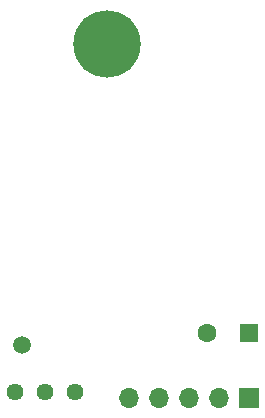
<source format=gbr>
%TF.GenerationSoftware,KiCad,Pcbnew,8.0.2*%
%TF.CreationDate,2024-05-30T14:17:59+02:00*%
%TF.ProjectId,MPPT_solar_charger_expansion_board,4d505054-5f73-46f6-9c61-725f63686172,1.00*%
%TF.SameCoordinates,Original*%
%TF.FileFunction,Soldermask,Bot*%
%TF.FilePolarity,Negative*%
%FSLAX46Y46*%
G04 Gerber Fmt 4.6, Leading zero omitted, Abs format (unit mm)*
G04 Created by KiCad (PCBNEW 8.0.2) date 2024-05-30 14:17:59*
%MOMM*%
%LPD*%
G01*
G04 APERTURE LIST*
%ADD10C,1.500000*%
%ADD11R,1.600000X1.600000*%
%ADD12C,1.600000*%
%ADD13C,5.700000*%
%ADD14C,1.440000*%
%ADD15R,1.700000X1.700000*%
%ADD16O,1.700000X1.700000*%
G04 APERTURE END LIST*
D10*
%TO.C,TP2*%
X135216600Y-106411400D03*
%TD*%
D11*
%TO.C,C1*%
X154428000Y-105356800D03*
D12*
X150928000Y-105356800D03*
%TD*%
D13*
%TO.C,H1*%
X142428000Y-80896400D03*
%TD*%
D14*
%TO.C,RV1*%
X139710000Y-110388400D03*
X137170000Y-110388400D03*
X134630000Y-110388400D03*
%TD*%
D15*
%TO.C,J1*%
X154428000Y-110896400D03*
D16*
X151888000Y-110896400D03*
X149348000Y-110896400D03*
X146808000Y-110896400D03*
X144268000Y-110896400D03*
%TD*%
M02*

</source>
